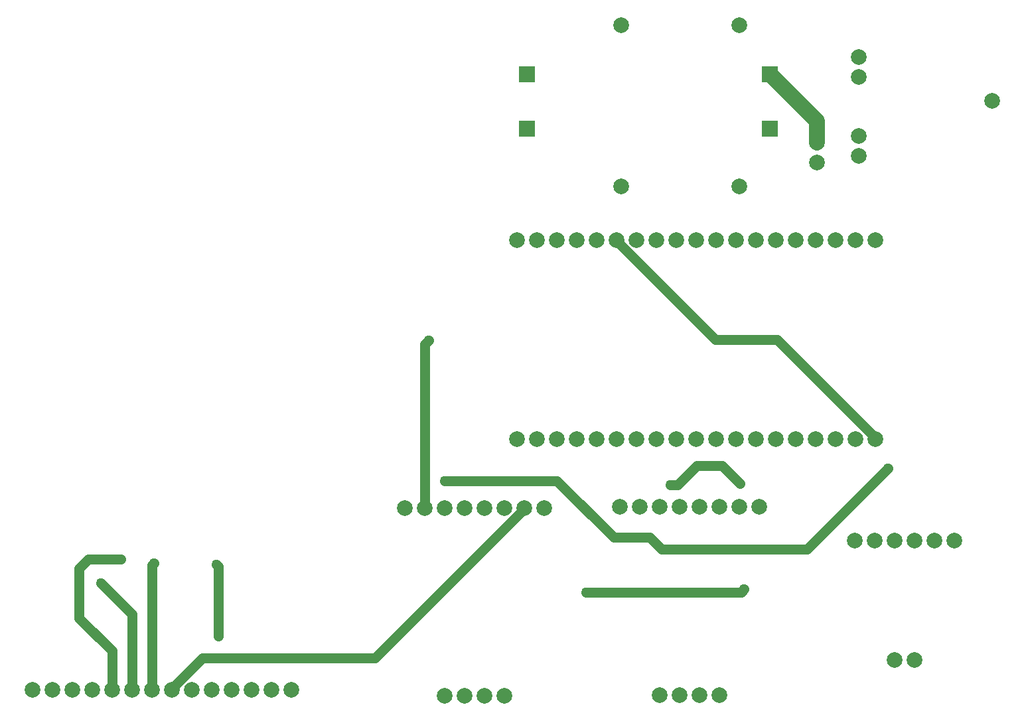
<source format=gtl>
G04*
G04 #@! TF.GenerationSoftware,Altium Limited,Altium Designer,24.9.1 (31)*
G04*
G04 Layer_Physical_Order=1*
G04 Layer_Color=255*
%FSLAX44Y44*%
%MOMM*%
G71*
G04*
G04 #@! TF.SameCoordinates,F298FDAE-6646-423D-B043-EFA0C6B3EB49*
G04*
G04*
G04 #@! TF.FilePolarity,Positive*
G04*
G01*
G75*
%ADD19C,1.2700*%
%ADD20C,2.0320*%
%ADD21C,2.0000*%
%ADD22R,2.0000X2.0000*%
%ADD23C,1.2700*%
D19*
X209550Y71120D02*
Y120650D01*
X167640Y162560D02*
Y226060D01*
Y162560D02*
X209550Y120650D01*
X179070Y237490D02*
X220980D01*
X167640Y226060D02*
X179070Y237490D01*
X545524Y111760D02*
X735330Y301565D01*
X285750Y72435D02*
X325075Y111760D01*
X545524D01*
X849630Y265430D02*
X895350D01*
X910590Y250190D01*
X1096010D01*
X777240Y337820D02*
X849630Y265430D01*
X814070Y195580D02*
X1012190D01*
X1016000Y199390D01*
X853440Y643846D02*
Y645160D01*
Y643846D02*
X979126Y518160D01*
X1057954D01*
X1183640Y392475D01*
Y391160D02*
Y392475D01*
X285750Y71120D02*
Y72435D01*
X735330Y301565D02*
Y302880D01*
X345440Y139700D02*
Y228600D01*
X608330Y302880D02*
Y511810D01*
X613410Y516890D01*
X195580Y207010D02*
X234950Y167640D01*
Y71120D02*
Y167640D01*
X342900Y231140D02*
X345440Y228600D01*
X633730Y337820D02*
X777240D01*
X260350Y229870D02*
X262890Y232410D01*
X260350Y71120D02*
Y229870D01*
X988060Y356870D02*
X1010920Y334010D01*
X955491Y356870D02*
X988060D01*
X922020Y332740D02*
X931361D01*
X955491Y356870D01*
X1096010Y250190D02*
X1199534Y353714D01*
D20*
X1049080Y856690D02*
X1108710Y797060D01*
Y769620D02*
Y797060D01*
D21*
X1183640Y645160D02*
D03*
Y391160D02*
D03*
X1158240D02*
D03*
X1132840D02*
D03*
X1107440D02*
D03*
X1082040D02*
D03*
X1056640D02*
D03*
X1031240D02*
D03*
X1005840D02*
D03*
X751840D02*
D03*
X777240D02*
D03*
X802640D02*
D03*
X828040D02*
D03*
X853440D02*
D03*
X878840D02*
D03*
X904240D02*
D03*
X929640D02*
D03*
X955040D02*
D03*
X980440D02*
D03*
X726440Y645160D02*
D03*
X751840D02*
D03*
X777240D02*
D03*
X802640D02*
D03*
X726440Y391160D02*
D03*
X828040Y645160D02*
D03*
X853440D02*
D03*
X878840D02*
D03*
X904240D02*
D03*
X929640D02*
D03*
X955040D02*
D03*
X980440D02*
D03*
X1005840D02*
D03*
X1031240D02*
D03*
X1056640D02*
D03*
X1082040D02*
D03*
X1107440D02*
D03*
X1132840D02*
D03*
X1158240D02*
D03*
X760730Y302880D02*
D03*
X735330D02*
D03*
X709930D02*
D03*
X684530D02*
D03*
X659130D02*
D03*
X633730D02*
D03*
X608330D02*
D03*
X582930D02*
D03*
X709930Y62880D02*
D03*
X684530D02*
D03*
X659130D02*
D03*
X633730D02*
D03*
X1108710Y744220D02*
D03*
Y769620D02*
D03*
X859720Y713740D02*
D03*
X1009720D02*
D03*
X107950Y71120D02*
D03*
X133350D02*
D03*
X158750D02*
D03*
X184150D02*
D03*
X209550D02*
D03*
X234950D02*
D03*
X260350D02*
D03*
X285750D02*
D03*
X311150D02*
D03*
X336550D02*
D03*
X361950D02*
D03*
X387350D02*
D03*
X412750D02*
D03*
X438150D02*
D03*
X1332230Y822960D02*
D03*
X1162230Y878360D02*
D03*
Y852960D02*
D03*
Y752560D02*
D03*
Y777960D02*
D03*
X1009720Y919480D02*
D03*
X859720D02*
D03*
X908050Y64150D02*
D03*
X933450D02*
D03*
X958850D02*
D03*
X984250D02*
D03*
X857250Y304150D02*
D03*
X882650D02*
D03*
X908050D02*
D03*
X933450D02*
D03*
X958850D02*
D03*
X984250D02*
D03*
X1009650D02*
D03*
X1035050D02*
D03*
X1283970Y261620D02*
D03*
X1258570D02*
D03*
X1233170D02*
D03*
X1207770D02*
D03*
X1182370D02*
D03*
X1156970D02*
D03*
X1233170Y109220D02*
D03*
X1207770D02*
D03*
D22*
X1049080Y786690D02*
D03*
Y856690D02*
D03*
X739080Y786690D02*
D03*
Y856690D02*
D03*
D23*
X895350Y265430D02*
D03*
X1016000Y199390D02*
D03*
X814070Y195580D02*
D03*
X345440Y139700D02*
D03*
X613410Y516890D02*
D03*
X220980Y237490D02*
D03*
X195580Y207010D02*
D03*
X633730Y337820D02*
D03*
X342900Y231140D02*
D03*
X262890Y232410D02*
D03*
X1010920Y334010D02*
D03*
X922020Y332740D02*
D03*
X1199534Y353714D02*
D03*
M02*

</source>
